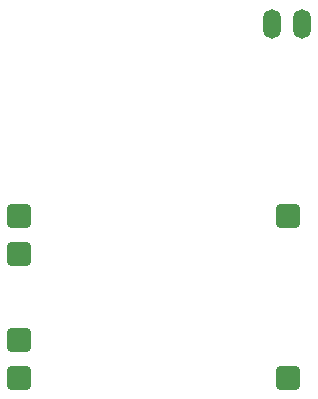
<source format=gbr>
%TF.GenerationSoftware,KiCad,Pcbnew,9.0.2*%
%TF.CreationDate,2025-07-07T21:27:42-04:00*%
%TF.ProjectId,CVISS_IMU_Tracker_Board,43564953-535f-4494-9d55-5f547261636b,rev?*%
%TF.SameCoordinates,Original*%
%TF.FileFunction,Paste,Top*%
%TF.FilePolarity,Positive*%
%FSLAX46Y46*%
G04 Gerber Fmt 4.6, Leading zero omitted, Abs format (unit mm)*
G04 Created by KiCad (PCBNEW 9.0.2) date 2025-07-07 21:27:42*
%MOMM*%
%LPD*%
G01*
G04 APERTURE LIST*
G04 Aperture macros list*
%AMRoundRect*
0 Rectangle with rounded corners*
0 $1 Rounding radius*
0 $2 $3 $4 $5 $6 $7 $8 $9 X,Y pos of 4 corners*
0 Add a 4 corners polygon primitive as box body*
4,1,4,$2,$3,$4,$5,$6,$7,$8,$9,$2,$3,0*
0 Add four circle primitives for the rounded corners*
1,1,$1+$1,$2,$3*
1,1,$1+$1,$4,$5*
1,1,$1+$1,$6,$7*
1,1,$1+$1,$8,$9*
0 Add four rect primitives between the rounded corners*
20,1,$1+$1,$2,$3,$4,$5,0*
20,1,$1+$1,$4,$5,$6,$7,0*
20,1,$1+$1,$6,$7,$8,$9,0*
20,1,$1+$1,$8,$9,$2,$3,0*%
G04 Aperture macros list end*
%ADD10RoundRect,0.300000X-0.700000X-0.700000X0.700000X-0.700000X0.700000X0.700000X-0.700000X0.700000X0*%
%ADD11O,1.500000X2.500000*%
G04 APERTURE END LIST*
D10*
%TO.C,U3*%
X162590000Y-120960000D03*
X162590000Y-117760000D03*
X162590000Y-110460000D03*
X162590000Y-107260000D03*
X185290000Y-120960000D03*
X185290000Y-107260000D03*
%TD*%
D11*
%TO.C,U4*%
X186490000Y-91040000D03*
X183990000Y-91040000D03*
%TD*%
M02*

</source>
